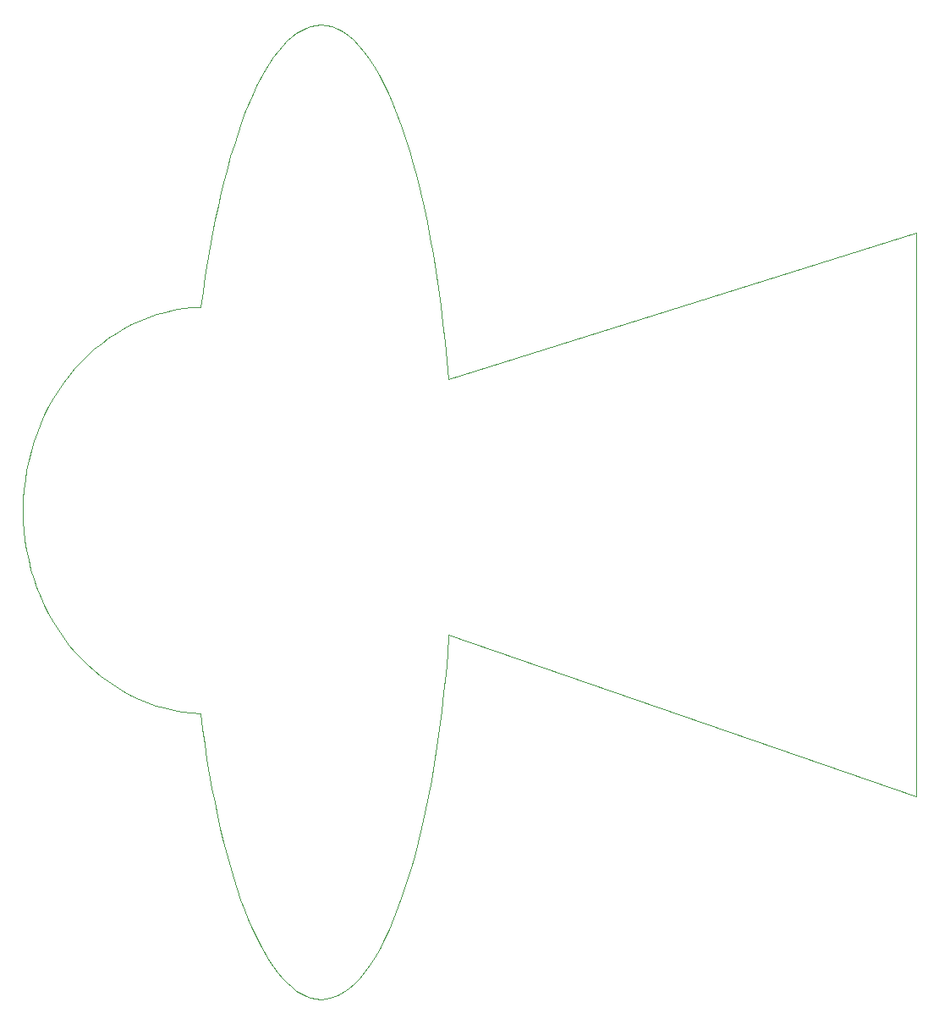
<source format=gbr>
%TF.GenerationSoftware,KiCad,Pcbnew,(5.1.9-0-10_14)*%
%TF.CreationDate,2021-11-15T11:24:55-08:00*%
%TF.ProjectId,trustno1-board,74727573-746e-46f3-912d-626f6172642e,rev?*%
%TF.SameCoordinates,Original*%
%TF.FileFunction,Profile,NP*%
%FSLAX46Y46*%
G04 Gerber Fmt 4.6, Leading zero omitted, Abs format (unit mm)*
G04 Created by KiCad (PCBNEW (5.1.9-0-10_14)) date 2021-11-15 11:24:55*
%MOMM*%
%LPD*%
G01*
G04 APERTURE LIST*
%TA.AperFunction,Profile*%
%ADD10C,0.112500*%
%TD*%
G04 APERTURE END LIST*
D10*
X134596825Y-106746354D02*
X134096522Y-106712169D01*
X134096522Y-106712169D02*
X133600918Y-106610423D01*
X133600918Y-106610423D02*
X133110342Y-106442321D01*
X133110342Y-106442321D02*
X132625120Y-106209074D01*
X132625120Y-106209074D02*
X132145579Y-105911888D01*
X132145579Y-105911888D02*
X131672048Y-105551973D01*
X131672048Y-105551973D02*
X131204854Y-105130537D01*
X131204854Y-105130537D02*
X130744324Y-104648787D01*
X130744324Y-104648787D02*
X130290786Y-104107932D01*
X130290786Y-104107932D02*
X129844568Y-103509181D01*
X129844568Y-103509181D02*
X129405996Y-102853741D01*
X129405996Y-102853741D02*
X128975398Y-102142821D01*
X128975398Y-102142821D02*
X128553102Y-101377630D01*
X128553102Y-101377630D02*
X128139436Y-100559374D01*
X128139436Y-100559374D02*
X127734727Y-99689263D01*
X127734727Y-99689263D02*
X127339302Y-98768505D01*
X127339302Y-98768505D02*
X126953488Y-97798309D01*
X126953488Y-97798309D02*
X126577614Y-96779881D01*
X126577614Y-96779881D02*
X126212007Y-95714431D01*
X126212007Y-95714431D02*
X125856994Y-94603168D01*
X125856994Y-94603168D02*
X125512903Y-93447298D01*
X125512903Y-93447298D02*
X125180062Y-92248031D01*
X125180062Y-92248031D02*
X124858797Y-91006574D01*
X124858797Y-91006574D02*
X124549436Y-89724136D01*
X124549436Y-89724136D02*
X124252308Y-88401926D01*
X124252308Y-88401926D02*
X123967738Y-87041151D01*
X123967738Y-87041151D02*
X123696056Y-85643020D01*
X123696056Y-85643020D02*
X123437588Y-84208740D01*
X123437588Y-84208740D02*
X123192661Y-82739521D01*
X123192661Y-82739521D02*
X122961604Y-81236570D01*
X122961604Y-81236570D02*
X122744744Y-79701096D01*
X122744744Y-79701096D02*
X122542409Y-78134308D01*
X147331222Y-44767708D02*
X194170401Y-30062162D01*
X194170401Y-86455457D02*
X147400000Y-70300000D01*
X194170401Y-30062162D02*
X194170401Y-86455457D01*
X134596825Y-9276496D02*
X135161989Y-9320186D01*
X135161989Y-9320186D02*
X135721113Y-9450092D01*
X135721113Y-9450092D02*
X136273722Y-9664466D01*
X136273722Y-9664466D02*
X136819342Y-9961560D01*
X136819342Y-9961560D02*
X137357497Y-10339625D01*
X137357497Y-10339625D02*
X137887712Y-10796914D01*
X137887712Y-10796914D02*
X138409513Y-11331679D01*
X138409513Y-11331679D02*
X138922425Y-11942172D01*
X138922425Y-11942172D02*
X139425974Y-12626645D01*
X139425974Y-12626645D02*
X139919684Y-13383350D01*
X139919684Y-13383350D02*
X140403081Y-14210540D01*
X140403081Y-14210540D02*
X140875690Y-15106465D01*
X140875690Y-15106465D02*
X141337036Y-16069378D01*
X141337036Y-16069378D02*
X141786644Y-17097532D01*
X141786644Y-17097532D02*
X142224040Y-18189178D01*
X142224040Y-18189178D02*
X142648749Y-19342568D01*
X142648749Y-19342568D02*
X143060296Y-20555955D01*
X143060296Y-20555955D02*
X143458206Y-21827590D01*
X143458206Y-21827590D02*
X143842005Y-23155725D01*
X143842005Y-23155725D02*
X144211218Y-24538613D01*
X144211218Y-24538613D02*
X144565369Y-25974505D01*
X144565369Y-25974505D02*
X144903985Y-27461654D01*
X144903985Y-27461654D02*
X145226590Y-28998312D01*
X145226590Y-28998312D02*
X145532710Y-30582730D01*
X145532710Y-30582730D02*
X145821869Y-32213162D01*
X145821869Y-32213162D02*
X146093594Y-33887857D01*
X146093594Y-33887857D02*
X146347409Y-35605070D01*
X146347409Y-35605070D02*
X146582840Y-37363052D01*
X146582840Y-37363052D02*
X146799411Y-39160054D01*
X146799411Y-39160054D02*
X146996648Y-40994330D01*
X146996648Y-40994330D02*
X147174077Y-42864130D01*
X147174077Y-42864130D02*
X147331222Y-44767708D01*
X122595313Y-37489018D02*
X122799479Y-35942230D01*
X122799479Y-35942230D02*
X123017868Y-34426559D01*
X123017868Y-34426559D02*
X123250159Y-32943183D01*
X123250159Y-32943183D02*
X123496033Y-31493283D01*
X123496033Y-31493283D02*
X123755169Y-30078037D01*
X123755169Y-30078037D02*
X124027249Y-28698626D01*
X124027249Y-28698626D02*
X124311951Y-27356230D01*
X124311951Y-27356230D02*
X124608958Y-26052027D01*
X124608958Y-26052027D02*
X124917948Y-24787198D01*
X124917948Y-24787198D02*
X125238602Y-23562922D01*
X125238602Y-23562922D02*
X125570600Y-22380379D01*
X125570600Y-22380379D02*
X125913623Y-21240749D01*
X125913623Y-21240749D02*
X126267351Y-20145212D01*
X126267351Y-20145212D02*
X126631463Y-19094946D01*
X126631463Y-19094946D02*
X127005641Y-18091131D01*
X127005641Y-18091131D02*
X127389565Y-17134949D01*
X127389565Y-17134949D02*
X127782914Y-16227577D01*
X127782914Y-16227577D02*
X128185370Y-15370196D01*
X128185370Y-15370196D02*
X128596611Y-14563985D01*
X128596611Y-14563985D02*
X129016320Y-13810124D01*
X129016320Y-13810124D02*
X129444175Y-13109793D01*
X129444175Y-13109793D02*
X129879857Y-12464171D01*
X129879857Y-12464171D02*
X130323047Y-11874438D01*
X130323047Y-11874438D02*
X130773424Y-11341774D01*
X130773424Y-11341774D02*
X131230669Y-10867358D01*
X131230669Y-10867358D02*
X131694462Y-10452371D01*
X131694462Y-10452371D02*
X132164483Y-10097991D01*
X132164483Y-10097991D02*
X132640413Y-9805398D01*
X132640413Y-9805398D02*
X133121932Y-9575773D01*
X133121932Y-9575773D02*
X133608720Y-9410294D01*
X133608720Y-9410294D02*
X134100458Y-9310142D01*
X134100458Y-9310142D02*
X134596825Y-9276496D01*
X104794154Y-57811663D02*
X104817187Y-56783516D01*
X104817187Y-56783516D02*
X104885558Y-55768598D01*
X104885558Y-55768598D02*
X104998174Y-54768121D01*
X104998174Y-54768121D02*
X105153940Y-53783297D01*
X105153940Y-53783297D02*
X105351765Y-52815341D01*
X105351765Y-52815341D02*
X105590553Y-51865466D01*
X105590553Y-51865466D02*
X105869212Y-50934883D01*
X105869212Y-50934883D02*
X106186648Y-50024808D01*
X106186648Y-50024808D02*
X106541767Y-49136451D01*
X106541767Y-49136451D02*
X106933477Y-48271028D01*
X106933477Y-48271028D02*
X107360684Y-47429750D01*
X107360684Y-47429750D02*
X107822295Y-46613832D01*
X107822295Y-46613832D02*
X108317215Y-45824485D01*
X108317215Y-45824485D02*
X108844352Y-45062923D01*
X108844352Y-45062923D02*
X109402612Y-44330360D01*
X109402612Y-44330360D02*
X109990901Y-43628008D01*
X109990901Y-43628008D02*
X110608127Y-42957081D01*
X110608127Y-42957081D02*
X111253195Y-42318791D01*
X111253195Y-42318791D02*
X111925013Y-41714352D01*
X111925013Y-41714352D02*
X112622487Y-41144976D01*
X112622487Y-41144976D02*
X113344523Y-40611878D01*
X113344523Y-40611878D02*
X114090028Y-40116269D01*
X114090028Y-40116269D02*
X114857908Y-39659364D01*
X114857908Y-39659364D02*
X115647071Y-39242375D01*
X115647071Y-39242375D02*
X116456422Y-38866515D01*
X116456422Y-38866515D02*
X117284868Y-38532997D01*
X117284868Y-38532997D02*
X118131316Y-38243036D01*
X118131316Y-38243036D02*
X118994673Y-37997842D01*
X118994673Y-37997842D02*
X119873844Y-37798631D01*
X119873844Y-37798631D02*
X120767737Y-37646614D01*
X120767737Y-37646614D02*
X121675257Y-37543005D01*
X121675257Y-37543005D02*
X122595313Y-37489018D01*
X122542409Y-78134308D02*
X121624598Y-78077713D01*
X121624598Y-78077713D02*
X120719347Y-77971738D01*
X120719347Y-77971738D02*
X119827742Y-77817590D01*
X119827742Y-77817590D02*
X118950872Y-77616472D01*
X118950872Y-77616472D02*
X118089822Y-77369592D01*
X118089822Y-77369592D02*
X117245680Y-77078155D01*
X117245680Y-77078155D02*
X116419533Y-76743368D01*
X116419533Y-76743368D02*
X115612468Y-76366435D01*
X115612468Y-76366435D02*
X114825573Y-75948562D01*
X114825573Y-75948562D02*
X114059935Y-75490957D01*
X114059935Y-75490957D02*
X113316640Y-74994823D01*
X113316640Y-74994823D02*
X112596775Y-74461368D01*
X112596775Y-74461368D02*
X111901429Y-73891797D01*
X111901429Y-73891797D02*
X111231688Y-73287315D01*
X111231688Y-73287315D02*
X110588639Y-72649130D01*
X110588639Y-72649130D02*
X109973370Y-71978446D01*
X109973370Y-71978446D02*
X109386967Y-71276469D01*
X109386967Y-71276469D02*
X108830517Y-70544405D01*
X108830517Y-70544405D02*
X108305108Y-69783460D01*
X108305108Y-69783460D02*
X107811828Y-68994840D01*
X107811828Y-68994840D02*
X107351762Y-68179751D01*
X107351762Y-68179751D02*
X106925999Y-67339399D01*
X106925999Y-67339399D02*
X106535624Y-66474988D01*
X106535624Y-66474988D02*
X106181727Y-65587726D01*
X106181727Y-65587726D02*
X105865392Y-64678818D01*
X105865392Y-64678818D02*
X105587709Y-63749470D01*
X105587709Y-63749470D02*
X105349763Y-62800887D01*
X105349763Y-62800887D02*
X105152643Y-61834276D01*
X105152643Y-61834276D02*
X104997434Y-60850842D01*
X104997434Y-60850842D02*
X104885225Y-59851791D01*
X104885225Y-59851791D02*
X104817103Y-58838329D01*
X104817103Y-58838329D02*
X104794154Y-57811663D01*
X147400000Y-70300000D02*
X147250837Y-72249382D01*
X147250837Y-72249382D02*
X147080500Y-74164767D01*
X147080500Y-74164767D02*
X146889486Y-76044325D01*
X146889486Y-76044325D02*
X146678296Y-77886229D01*
X146678296Y-77886229D02*
X146447426Y-79688648D01*
X146447426Y-79688648D02*
X146197375Y-81449755D01*
X146197375Y-81449755D02*
X145928642Y-83167720D01*
X145928642Y-83167720D02*
X145641726Y-84840714D01*
X145641726Y-84840714D02*
X145337125Y-86466909D01*
X145337125Y-86466909D02*
X145015337Y-88044475D01*
X145015337Y-88044475D02*
X144676862Y-89571584D01*
X144676862Y-89571584D02*
X144322196Y-91046407D01*
X144322196Y-91046407D02*
X143951840Y-92467116D01*
X143951840Y-92467116D02*
X143566292Y-93831880D01*
X143566292Y-93831880D02*
X143166049Y-95138872D01*
X143166049Y-95138872D02*
X142751612Y-96386262D01*
X142751612Y-96386262D02*
X142323477Y-97572222D01*
X142323477Y-97572222D02*
X141882144Y-98694923D01*
X141882144Y-98694923D02*
X141428111Y-99752536D01*
X141428111Y-99752536D02*
X140961877Y-100743232D01*
X140961877Y-100743232D02*
X140483940Y-101665182D01*
X140483940Y-101665182D02*
X139994799Y-102516557D01*
X139994799Y-102516557D02*
X139494952Y-103295529D01*
X139494952Y-103295529D02*
X138984897Y-104000268D01*
X138984897Y-104000268D02*
X138465134Y-104628946D01*
X138465134Y-104628946D02*
X137936161Y-105179734D01*
X137936161Y-105179734D02*
X137398476Y-105650803D01*
X137398476Y-105650803D02*
X136852578Y-106040324D01*
X136852578Y-106040324D02*
X136298965Y-106346469D01*
X136298965Y-106346469D02*
X135738137Y-106567408D01*
X135738137Y-106567408D02*
X135170590Y-106701312D01*
X135170590Y-106701312D02*
X134596825Y-106746354D01*
M02*

</source>
